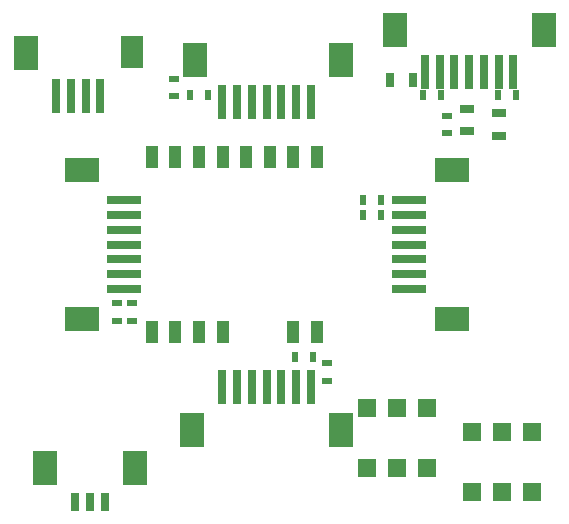
<source format=gbp>
G04 #@! TF.FileFunction,Paste,Bot*
%FSLAX46Y46*%
G04 Gerber Fmt 4.6, Leading zero omitted, Abs format (unit mm)*
G04 Created by KiCad (PCBNEW 4.0.7) date 02/03/18 21:52:34*
%MOMM*%
%LPD*%
G01*
G04 APERTURE LIST*
%ADD10C,0.100000*%
%ADD11R,1.050000X1.950000*%
%ADD12R,1.524000X1.524000*%
%ADD13R,3.000000X0.800000*%
%ADD14R,3.000000X2.100000*%
%ADD15R,0.900000X0.500000*%
%ADD16R,0.500000X0.900000*%
%ADD17R,1.300000X0.700000*%
%ADD18R,0.700000X1.300000*%
%ADD19R,0.800000X1.600000*%
%ADD20R,2.100000X3.000000*%
%ADD21R,0.800000X3.000000*%
%ADD22R,2.000000X3.000000*%
%ADD23R,1.900000X2.800000*%
G04 APERTURE END LIST*
D10*
D11*
X48150000Y-51660000D03*
X46150000Y-51660000D03*
X40150000Y-51660000D03*
X38150000Y-51660000D03*
X36150000Y-51660000D03*
X34150000Y-51660000D03*
X34150000Y-36860000D03*
X36150000Y-36860000D03*
X38150000Y-36860000D03*
X40150000Y-36860000D03*
X42150000Y-36860000D03*
X44150000Y-36860000D03*
X46150000Y-36860000D03*
X48150000Y-36860000D03*
D12*
X63803000Y-65207900D03*
X66343000Y-65207900D03*
X61263000Y-65207900D03*
X66343000Y-60127900D03*
X63803000Y-60127900D03*
X61263000Y-60127900D03*
X54913000Y-63150500D03*
X57453000Y-63150500D03*
X52373000Y-63150500D03*
X57453000Y-58070500D03*
X54913000Y-58070500D03*
X52373000Y-58070500D03*
D13*
X55945000Y-44250000D03*
X55945000Y-45500000D03*
X55945000Y-46750000D03*
X55945000Y-43000000D03*
X55945000Y-41750000D03*
D14*
X59545000Y-50550000D03*
X59545000Y-37950000D03*
D13*
X55945000Y-48000000D03*
X55945000Y-40500000D03*
X31815000Y-44250000D03*
X31815000Y-43000000D03*
X31815000Y-41750000D03*
X31815000Y-45500000D03*
X31815000Y-46750000D03*
D14*
X28215000Y-37950000D03*
X28215000Y-50550000D03*
D13*
X31815000Y-40500000D03*
X31815000Y-48000000D03*
D15*
X48960000Y-55795000D03*
X48960000Y-54295000D03*
D16*
X46305000Y-53775000D03*
X47805000Y-53775000D03*
D15*
X31180000Y-49215000D03*
X31180000Y-50715000D03*
X32450000Y-49215000D03*
X32450000Y-50715000D03*
D16*
X38915000Y-31550000D03*
X37415000Y-31550000D03*
D15*
X36060000Y-30210000D03*
X36060000Y-31710000D03*
D16*
X53520000Y-40440000D03*
X52020000Y-40440000D03*
X53520000Y-41710000D03*
X52020000Y-41710000D03*
D17*
X63565000Y-35040000D03*
X63565000Y-33140000D03*
D16*
X63450000Y-31550000D03*
X64950000Y-31550000D03*
D17*
X60867520Y-34648840D03*
X60867520Y-32748840D03*
D15*
X59120000Y-34840000D03*
X59120000Y-33340000D03*
D18*
X54360000Y-30280000D03*
X56260000Y-30280000D03*
D16*
X57100000Y-31550000D03*
X58600000Y-31550000D03*
D19*
X30175000Y-66050000D03*
X28925000Y-66050000D03*
X27675000Y-66050000D03*
D20*
X25125000Y-63150000D03*
X32725000Y-63150000D03*
D21*
X61025000Y-29645000D03*
X62275000Y-29645000D03*
X63525000Y-29645000D03*
X59775000Y-29645000D03*
X58525000Y-29645000D03*
D20*
X67325000Y-26045000D03*
X54725000Y-26045000D03*
D21*
X64775000Y-29645000D03*
X57275000Y-29645000D03*
X43880000Y-56315000D03*
X42630000Y-56315000D03*
X41380000Y-56315000D03*
X45130000Y-56315000D03*
X46380000Y-56315000D03*
D20*
X37580000Y-59915000D03*
X50180000Y-59915000D03*
D21*
X40130000Y-56315000D03*
X47630000Y-56315000D03*
X43880000Y-32185000D03*
X45130000Y-32185000D03*
X46380000Y-32185000D03*
X42630000Y-32185000D03*
X41380000Y-32185000D03*
D20*
X50180000Y-28585000D03*
D22*
X37770000Y-28585000D03*
D21*
X47630000Y-32185000D03*
X40130000Y-32185000D03*
X29800000Y-31640000D03*
X28550000Y-31640000D03*
X27300000Y-31640000D03*
D23*
X32450000Y-27940000D03*
D20*
X23500000Y-28040000D03*
D21*
X26050000Y-31640000D03*
M02*

</source>
